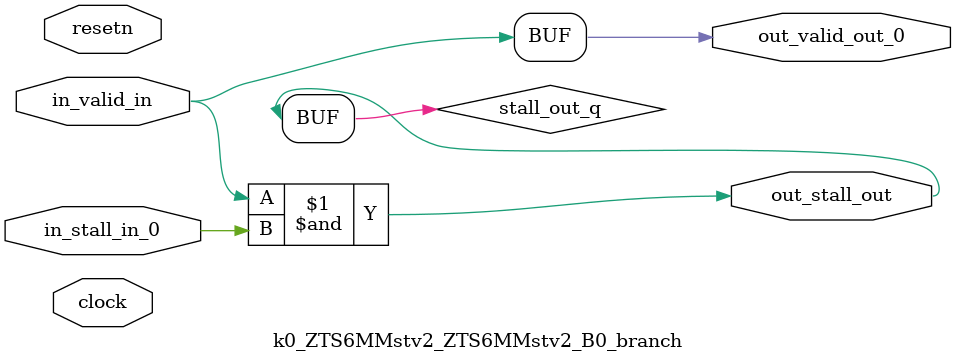
<source format=sv>



(* altera_attribute = "-name AUTO_SHIFT_REGISTER_RECOGNITION OFF; -name MESSAGE_DISABLE 10036; -name MESSAGE_DISABLE 10037; -name MESSAGE_DISABLE 14130; -name MESSAGE_DISABLE 14320; -name MESSAGE_DISABLE 15400; -name MESSAGE_DISABLE 14130; -name MESSAGE_DISABLE 10036; -name MESSAGE_DISABLE 12020; -name MESSAGE_DISABLE 12030; -name MESSAGE_DISABLE 12010; -name MESSAGE_DISABLE 12110; -name MESSAGE_DISABLE 14320; -name MESSAGE_DISABLE 13410; -name MESSAGE_DISABLE 113007; -name MESSAGE_DISABLE 10958" *)
module k0_ZTS6MMstv2_ZTS6MMstv2_B0_branch (
    input wire [0:0] in_stall_in_0,
    input wire [0:0] in_valid_in,
    output wire [0:0] out_stall_out,
    output wire [0:0] out_valid_out_0,
    input wire clock,
    input wire resetn
    );

    wire [0:0] stall_out_q;


    // stall_out(LOGICAL,6)
    assign stall_out_q = in_valid_in & in_stall_in_0;

    // out_stall_out(GPOUT,4)
    assign out_stall_out = stall_out_q;

    // out_valid_out_0(GPOUT,5)
    assign out_valid_out_0 = in_valid_in;

endmodule

</source>
